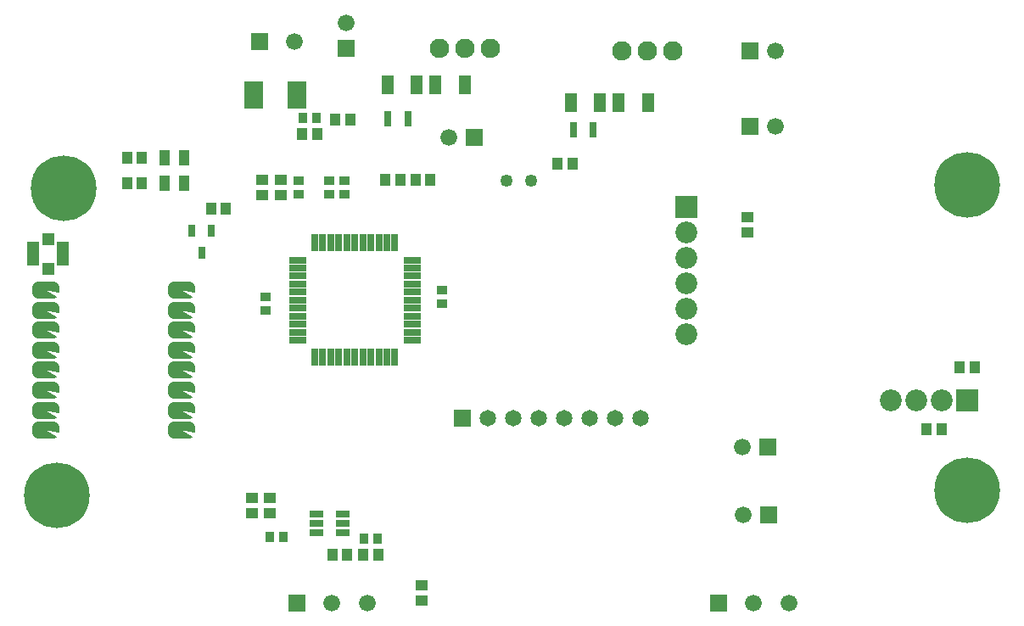
<source format=gts>
G04 DesignSpark PCB Gerber Version 10.0 Build 5299*
G04 #@! TF.Part,Single*
G04 #@! TF.FileFunction,Soldermask,Top*
G04 #@! TF.FilePolarity,Negative*
%FSLAX35Y35*%
%MOIN*%
G04 #@! TA.AperFunction,SMDPad,CuDef*
%ADD82R,0.02800X0.06500*%
%ADD91R,0.02962X0.04734*%
%ADD142R,0.03041X0.06387*%
%ADD92R,0.03671X0.04458*%
%ADD88R,0.03946X0.04537*%
%ADD86R,0.04143X0.06112*%
%ADD96R,0.04537X0.04734*%
%ADD140R,0.04734X0.07687*%
%ADD95R,0.04734X0.09261*%
%ADD141R,0.04931X0.07687*%
%ADD138R,0.07490X0.11033*%
G04 #@! TA.AperFunction,ComponentPad*
%ADD135R,0.06506X0.06506*%
%ADD139R,0.06600X0.06600*%
%ADD84R,0.08600X0.08600*%
%ADD93C,0.04931*%
%ADD144C,0.06500*%
%ADD136C,0.06600*%
%ADD137C,0.07600*%
%ADD85C,0.08600*%
G04 #@! TA.AperFunction,SMDPad,CuDef*
%ADD134R,0.05324X0.02765*%
%ADD81R,0.06500X0.02800*%
%ADD90R,0.04458X0.03671*%
%ADD89R,0.04537X0.03946*%
G04 #@! TA.AperFunction,ComponentPad*
%ADD97C,0.25797*%
%AMT121*0 Rounded Rectangle Pad at angle 90*4,1,56,0.05221,-0.01108,0.05221,0.01108,0.05206,0.01367,0.05159,0.01621,0.05081,0.01869,0.04975,0.02105,0.04841,0.02326,0.04681,0.02530,0.04498,0.02713,0.04294,0.02873,0.04073,0.03007,0.03837,0.03113,0.03589,0.03191,0.03335,0.03237,0.03076,0.03253,-0.03076,0.03253,-0.03335,0.03237,-0.03590,0.03190,-0.03837,0.03113,-0.04073,0.03007,-0.04295,0.02873,-0.04499,0.02713,-0.04682,0.02530,-0.04842,0.02326,-0.04976,0.02104,-0.05082,0.01868,-0.05159,0.01621,-0.05206,0.01366,-0.05221,0.01108,-0.05221,-0.01108,-0.05206,-0.01367,-0.05159,-0.01621,-0.05081,-0.01869,-0.04975,-0.02105,-0.04841,-0.02326,-0.04681,-0.02530,-0.04498,-0.02713,-0.04294,-0.02873,-0.04073,-0.03007,-0.03837,-0.03113,-0.03589,-0.03191,-0.03335,-0.03237,-0.03076,-0.03253,0.03076,-0.03253,0.03335,-0.03237,0.03590,-0.03190,0.03837,-0.03113,0.04073,-0.03007,0.04295,-0.02873,0.04499,-0.02713,0.04682,-0.02530,0.04842,-0.02326,0.04976,-0.02104,0.05082,-0.01868,0.05159,-0.01621,0.05206,-0.01366,0.05221,-0.01108,0*%
%ADD121T121*%
%ADD143R,0.06500X0.06500*%
G04 #@! TD.AperFunction*
X0Y0D02*
D02*
D81*
X111667Y136864D03*
Y140014D03*
Y143163D03*
Y146313D03*
Y149463D03*
Y152612D03*
Y155762D03*
Y158911D03*
Y162061D03*
Y165211D03*
Y168360D03*
X156549Y136864D03*
Y140014D03*
Y143163D03*
Y146313D03*
Y149463D03*
Y152612D03*
Y155762D03*
Y158911D03*
Y162061D03*
Y165211D03*
Y168360D03*
D02*
D82*
X118360Y130171D03*
Y175053D03*
X121510Y130171D03*
Y175053D03*
X124659Y130171D03*
Y175053D03*
X127809Y130171D03*
Y175053D03*
X130959Y130171D03*
Y175053D03*
X134108Y130171D03*
Y175053D03*
X137258Y130171D03*
Y175053D03*
X140407Y130171D03*
Y175053D03*
X143557Y130171D03*
Y175053D03*
X146707Y130171D03*
Y175053D03*
X149856Y130171D03*
Y175053D03*
D02*
D84*
X264423Y189226D03*
X374659Y113242D03*
D02*
D85*
X264423Y139226D03*
Y149226D03*
Y159226D03*
Y169226D03*
Y179226D03*
X344659Y113242D03*
X354659D03*
X364659D03*
D02*
D86*
X59305Y198675D03*
Y208518D03*
X67179Y198675D03*
Y208518D03*
D02*
D88*
X44541Y198675D03*
Y208518D03*
X50447Y198675D03*
Y208518D03*
X77612Y188439D03*
X83518D03*
X113439Y217967D03*
X119344D03*
X125250Y52612D03*
X126431Y223478D03*
X131156Y52612D03*
X132337Y223478D03*
X137455Y52612D03*
X143360D03*
X146116Y199856D03*
X152022D03*
X157927D03*
X163833D03*
X213833Y206156D03*
X219738D03*
X358715Y101825D03*
X364620D03*
X371707Y126234D03*
X377612D03*
D02*
D89*
X93557Y68951D03*
Y74856D03*
X97613Y193910D03*
Y199816D03*
X100644Y68951D03*
Y74856D03*
X105092Y193910D03*
Y199816D03*
X160486Y34699D03*
Y40604D03*
X288360Y179187D03*
Y185093D03*
D02*
D90*
X99187Y148437D03*
Y153949D03*
X112180Y194107D03*
Y199619D03*
X123991Y194107D03*
Y199619D03*
X129896Y194106D03*
Y199618D03*
X168480Y151193D03*
Y156705D03*
D02*
D91*
X70132Y179778D03*
X73872Y171116D03*
X77612Y179778D03*
D02*
D92*
X100644Y59699D03*
X106156D03*
X113636Y224266D03*
X119148D03*
X137652Y58911D03*
X143163D03*
D02*
D93*
X193596Y199541D03*
X203439D03*
D02*
D95*
X7789Y170722D03*
X19404D03*
D02*
D96*
X13596Y164719D03*
Y176608D03*
D02*
D97*
X17179Y75841D03*
X19541Y196707D03*
X374659Y77809D03*
Y197888D03*
D02*
D121*
X12848Y101431D03*
Y109305D03*
Y117179D03*
Y125053D03*
Y132927D03*
Y140801D03*
Y148675D03*
Y156549D03*
X65998Y101431D03*
Y109305D03*
Y117179D03*
Y125053D03*
Y132927D03*
Y140801D03*
Y148675D03*
Y156549D03*
D02*
D134*
X119148Y61077D03*
Y64817D03*
Y68557D03*
X129384Y61077D03*
Y64817D03*
Y68557D03*
D02*
D135*
X96707Y254187D03*
X111274Y33715D03*
X277022D03*
D02*
D136*
X110507Y254187D03*
X125074Y33715D03*
X130565Y261523D03*
X138874Y33715D03*
X170867Y216392D03*
X286221Y94738D03*
X286615Y68360D03*
X290822Y33715D03*
X299319Y220722D03*
Y250644D03*
X304622Y33715D03*
D02*
D137*
X167415Y251431D03*
X177415D03*
X187415D03*
X239069Y250644D03*
X249069D03*
X259069D03*
D02*
D138*
X94474Y233321D03*
X111274D03*
D02*
D139*
X130565Y251523D03*
X180867Y216392D03*
X289319Y220722D03*
Y250644D03*
X296221Y94738D03*
X296615Y68360D03*
D02*
D140*
X165604Y237258D03*
X177415D03*
X237652Y230171D03*
X249463D03*
D02*
D141*
X146904Y237258D03*
X158321D03*
X218951Y230171D03*
X230368D03*
D02*
D142*
X147100Y223872D03*
X154974D03*
X219935Y219541D03*
X227809D03*
D02*
D143*
X176234Y106156D03*
D02*
D144*
X186234D03*
X196234D03*
X206234D03*
X216234D03*
X226234D03*
X236234D03*
X246234D03*
X0Y0D02*
M02*

</source>
